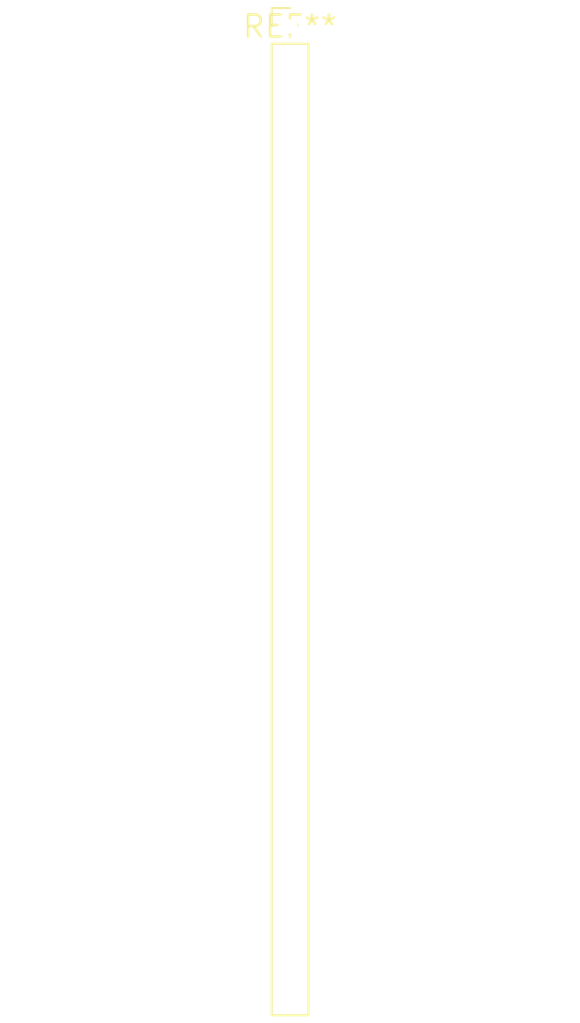
<source format=kicad_pcb>
(kicad_pcb (version 20240108) (generator pcbnew)
  (layers (0 "F.Cu" signal) (31 "B.Cu" signal) (34 "B.Paste" user) (35 "F.Paste" user) (36 "B.SilkS" user "B.Silkscreen") (37 "F.SilkS" user "F.Silkscreen") (38 "B.Mask" user) (39 "F.Mask" user) (44 "Edge.Cuts" user))
  (net 0 "")
  (footprint "PinHeader_1x29_P2.00mm_Vertical" (layer "F.Cu") (at 0 0)
    (property "Reference" "REF**")
    (property "Value" "PinHeader_1x29_P2.00mm_Vertical")
    (fp_line (start -1.06 -1.06) (end 0 -1.06) (layer "F.SilkS") (stroke (width 0.12)))
    (fp_line (start -1.06 0) (end -1.06 -1.06) (layer "F.SilkS") (stroke (width 0.12)))
    (fp_line (start -1.06 1) (end -1.06 57.06) (layer "F.SilkS") (stroke (width 0.12)))
    (fp_line (start -1.06 1) (end 1.06 1) (layer "F.SilkS") (stroke (width 0.12)))
    (fp_line (start -1.06 57.06) (end 1.06 57.06) (layer "F.SilkS") (stroke (width 0.12)))
    (fp_line (start 1.06 1) (end 1.06 57.06) (layer "F.SilkS") (stroke (width 0.12)))
    (pad "1" thru_hole rect (at 0 0) (size 1.35 1.35) (drill 0.8) (layers *.Cu *.Mask) (remove_unused_layers))
    (pad "2" thru_hole oval (at 0 2) (size 1.35 1.35) (drill 0.8) (layers *.Cu *.Mask) (remove_unused_layers))
    (pad "3" thru_hole oval (at 0 4) (size 1.35 1.35) (drill 0.8) (layers *.Cu *.Mask) (remove_unused_layers))
    (pad "4" thru_hole oval (at 0 6) (size 1.35 1.35) (drill 0.8) (layers *.Cu *.Mask) (remove_unused_layers))
    (pad "5" thru_hole oval (at 0 8) (size 1.35 1.35) (drill 0.8) (layers *.Cu *.Mask) (remove_unused_layers))
    (pad "6" thru_hole oval (at 0 10) (size 1.35 1.35) (drill 0.8) (layers *.Cu *.Mask) (remove_unused_layers))
    (pad "7" thru_hole oval (at 0 12) (size 1.35 1.35) (drill 0.8) (layers *.Cu *.Mask) (remove_unused_layers))
    (pad "8" thru_hole oval (at 0 14) (size 1.35 1.35) (drill 0.8) (layers *.Cu *.Mask) (remove_unused_layers))
    (pad "9" thru_hole oval (at 0 16) (size 1.35 1.35) (drill 0.8) (layers *.Cu *.Mask) (remove_unused_layers))
    (pad "10" thru_hole oval (at 0 18) (size 1.35 1.35) (drill 0.8) (layers *.Cu *.Mask) (remove_unused_layers))
    (pad "11" thru_hole oval (at 0 20) (size 1.35 1.35) (drill 0.8) (layers *.Cu *.Mask) (remove_unused_layers))
    (pad "12" thru_hole oval (at 0 22) (size 1.35 1.35) (drill 0.8) (layers *.Cu *.Mask) (remove_unused_layers))
    (pad "13" thru_hole oval (at 0 24) (size 1.35 1.35) (drill 0.8) (layers *.Cu *.Mask) (remove_unused_layers))
    (pad "14" thru_hole oval (at 0 26) (size 1.35 1.35) (drill 0.8) (layers *.Cu *.Mask) (remove_unused_layers))
    (pad "15" thru_hole oval (at 0 28) (size 1.35 1.35) (drill 0.8) (layers *.Cu *.Mask) (remove_unused_layers))
    (pad "16" thru_hole oval (at 0 30) (size 1.35 1.35) (drill 0.8) (layers *.Cu *.Mask) (remove_unused_layers))
    (pad "17" thru_hole oval (at 0 32) (size 1.35 1.35) (drill 0.8) (layers *.Cu *.Mask) (remove_unused_layers))
    (pad "18" thru_hole oval (at 0 34) (size 1.35 1.35) (drill 0.8) (layers *.Cu *.Mask) (remove_unused_layers))
    (pad "19" thru_hole oval (at 0 36) (size 1.35 1.35) (drill 0.8) (layers *.Cu *.Mask) (remove_unused_layers))
    (pad "20" thru_hole oval (at 0 38) (size 1.35 1.35) (drill 0.8) (layers *.Cu *.Mask) (remove_unused_layers))
    (pad "21" thru_hole oval (at 0 40) (size 1.35 1.35) (drill 0.8) (layers *.Cu *.Mask) (remove_unused_layers))
    (pad "22" thru_hole oval (at 0 42) (size 1.35 1.35) (drill 0.8) (layers *.Cu *.Mask) (remove_unused_layers))
    (pad "23" thru_hole oval (at 0 44) (size 1.35 1.35) (drill 0.8) (layers *.Cu *.Mask) (remove_unused_layers))
    (pad "24" thru_hole oval (at 0 46) (size 1.35 1.35) (drill 0.8) (layers *.Cu *.Mask) (remove_unused_layers))
    (pad "25" thru_hole oval (at 0 48) (size 1.35 1.35) (drill 0.8) (layers *.Cu *.Mask) (remove_unused_layers))
    (pad "26" thru_hole oval (at 0 50) (size 1.35 1.35) (drill 0.8) (layers *.Cu *.Mask) (remove_unused_layers))
    (pad "27" thru_hole oval (at 0 52) (size 1.35 1.35) (drill 0.8) (layers *.Cu *.Mask) (remove_unused_layers))
    (pad "28" thru_hole oval (at 0 54) (size 1.35 1.35) (drill 0.8) (layers *.Cu *.Mask) (remove_unused_layers))
    (pad "29" thru_hole oval (at 0 56) (size 1.35 1.35) (drill 0.8) (layers *.Cu *.Mask) (remove_unused_layers))
  )
)
</source>
